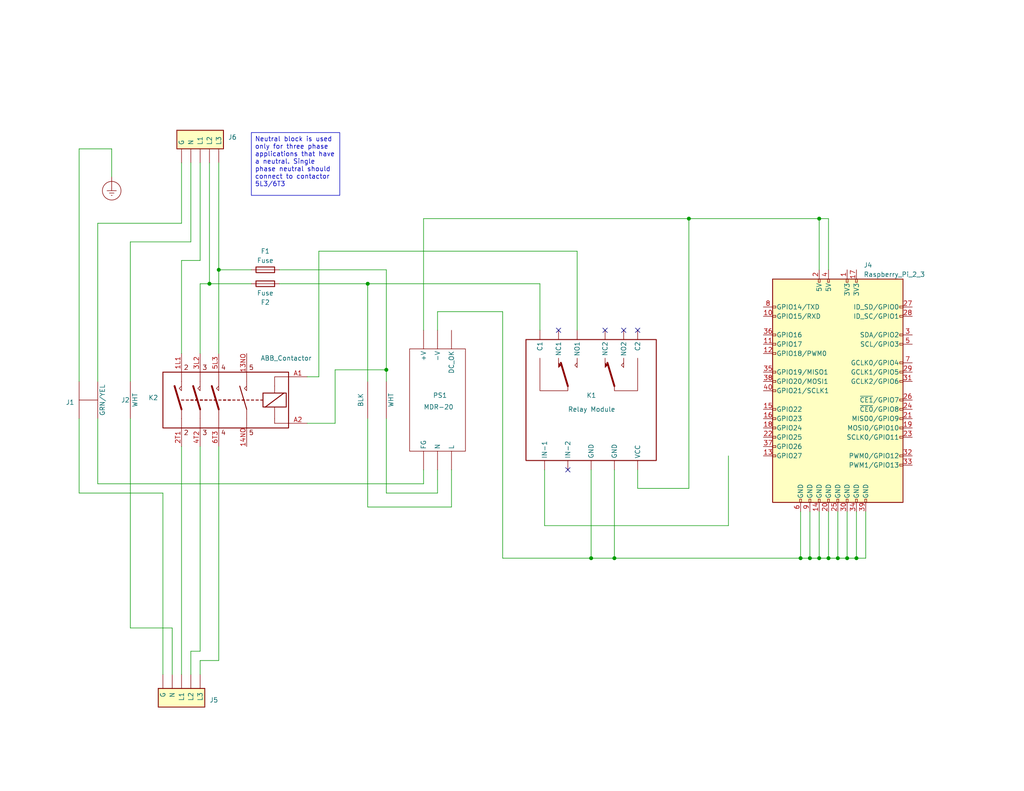
<source format=kicad_sch>
(kicad_sch (version 20230121) (generator eeschema)

  (uuid 7f898a48-d5c6-4286-98a2-5360a8d8e865)

  (paper "A")

  (title_block
    (title "DIN RFID Cabinet Wiring")
    (date "2023-07-03")
    (rev "0.1")
    (company "OZINDFW DMS@ozindfw.net")
    (comment 1 "1825 Monetary Lane, Suite 104,  Carrollton, TX 75006")
    (comment 2 "Dallas Makerspace")
  )

  (lib_symbols
    (symbol "Connector:Raspberry_Pi_2_3" (pin_names (offset 1.016)) (in_bom yes) (on_board yes)
      (property "Reference" "J" (at -17.78 31.75 0)
        (effects (font (size 1.27 1.27)) (justify left bottom))
      )
      (property "Value" "Raspberry_Pi_2_3" (at 10.16 -31.75 0)
        (effects (font (size 1.27 1.27)) (justify left top))
      )
      (property "Footprint" "" (at 0 0 0)
        (effects (font (size 1.27 1.27)) hide)
      )
      (property "Datasheet" "https://www.raspberrypi.org/documentation/hardware/raspberrypi/schematics/rpi_SCH_3bplus_1p0_reduced.pdf" (at 0 0 0)
        (effects (font (size 1.27 1.27)) hide)
      )
      (property "ki_keywords" "raspberrypi gpio" (at 0 0 0)
        (effects (font (size 1.27 1.27)) hide)
      )
      (property "ki_description" "expansion header for Raspberry Pi 2 & 3" (at 0 0 0)
        (effects (font (size 1.27 1.27)) hide)
      )
      (property "ki_fp_filters" "PinHeader*2x20*P2.54mm*Vertical* PinSocket*2x20*P2.54mm*Vertical*" (at 0 0 0)
        (effects (font (size 1.27 1.27)) hide)
      )
      (symbol "Raspberry_Pi_2_3_0_1"
        (rectangle (start -17.78 30.48) (end 17.78 -30.48)
          (stroke (width 0.254) (type default))
          (fill (type background))
        )
      )
      (symbol "Raspberry_Pi_2_3_1_1"
        (rectangle (start -16.891 -17.526) (end -17.78 -18.034)
          (stroke (width 0) (type default))
          (fill (type none))
        )
        (rectangle (start -16.891 -14.986) (end -17.78 -15.494)
          (stroke (width 0) (type default))
          (fill (type none))
        )
        (rectangle (start -16.891 -12.446) (end -17.78 -12.954)
          (stroke (width 0) (type default))
          (fill (type none))
        )
        (rectangle (start -16.891 -9.906) (end -17.78 -10.414)
          (stroke (width 0) (type default))
          (fill (type none))
        )
        (rectangle (start -16.891 -7.366) (end -17.78 -7.874)
          (stroke (width 0) (type default))
          (fill (type none))
        )
        (rectangle (start -16.891 -4.826) (end -17.78 -5.334)
          (stroke (width 0) (type default))
          (fill (type none))
        )
        (rectangle (start -16.891 0.254) (end -17.78 -0.254)
          (stroke (width 0) (type default))
          (fill (type none))
        )
        (rectangle (start -16.891 2.794) (end -17.78 2.286)
          (stroke (width 0) (type default))
          (fill (type none))
        )
        (rectangle (start -16.891 5.334) (end -17.78 4.826)
          (stroke (width 0) (type default))
          (fill (type none))
        )
        (rectangle (start -16.891 10.414) (end -17.78 9.906)
          (stroke (width 0) (type default))
          (fill (type none))
        )
        (rectangle (start -16.891 12.954) (end -17.78 12.446)
          (stroke (width 0) (type default))
          (fill (type none))
        )
        (rectangle (start -16.891 15.494) (end -17.78 14.986)
          (stroke (width 0) (type default))
          (fill (type none))
        )
        (rectangle (start -16.891 20.574) (end -17.78 20.066)
          (stroke (width 0) (type default))
          (fill (type none))
        )
        (rectangle (start -16.891 23.114) (end -17.78 22.606)
          (stroke (width 0) (type default))
          (fill (type none))
        )
        (rectangle (start -10.414 -29.591) (end -9.906 -30.48)
          (stroke (width 0) (type default))
          (fill (type none))
        )
        (rectangle (start -7.874 -29.591) (end -7.366 -30.48)
          (stroke (width 0) (type default))
          (fill (type none))
        )
        (rectangle (start -5.334 -29.591) (end -4.826 -30.48)
          (stroke (width 0) (type default))
          (fill (type none))
        )
        (rectangle (start -5.334 30.48) (end -4.826 29.591)
          (stroke (width 0) (type default))
          (fill (type none))
        )
        (rectangle (start -2.794 -29.591) (end -2.286 -30.48)
          (stroke (width 0) (type default))
          (fill (type none))
        )
        (rectangle (start -2.794 30.48) (end -2.286 29.591)
          (stroke (width 0) (type default))
          (fill (type none))
        )
        (rectangle (start -0.254 -29.591) (end 0.254 -30.48)
          (stroke (width 0) (type default))
          (fill (type none))
        )
        (rectangle (start 2.286 -29.591) (end 2.794 -30.48)
          (stroke (width 0) (type default))
          (fill (type none))
        )
        (rectangle (start 2.286 30.48) (end 2.794 29.591)
          (stroke (width 0) (type default))
          (fill (type none))
        )
        (rectangle (start 4.826 -29.591) (end 5.334 -30.48)
          (stroke (width 0) (type default))
          (fill (type none))
        )
        (rectangle (start 4.826 30.48) (end 5.334 29.591)
          (stroke (width 0) (type default))
          (fill (type none))
        )
        (rectangle (start 7.366 -29.591) (end 7.874 -30.48)
          (stroke (width 0) (type default))
          (fill (type none))
        )
        (rectangle (start 17.78 -20.066) (end 16.891 -20.574)
          (stroke (width 0) (type default))
          (fill (type none))
        )
        (rectangle (start 17.78 -17.526) (end 16.891 -18.034)
          (stroke (width 0) (type default))
          (fill (type none))
        )
        (rectangle (start 17.78 -12.446) (end 16.891 -12.954)
          (stroke (width 0) (type default))
          (fill (type none))
        )
        (rectangle (start 17.78 -9.906) (end 16.891 -10.414)
          (stroke (width 0) (type default))
          (fill (type none))
        )
        (rectangle (start 17.78 -7.366) (end 16.891 -7.874)
          (stroke (width 0) (type default))
          (fill (type none))
        )
        (rectangle (start 17.78 -4.826) (end 16.891 -5.334)
          (stroke (width 0) (type default))
          (fill (type none))
        )
        (rectangle (start 17.78 -2.286) (end 16.891 -2.794)
          (stroke (width 0) (type default))
          (fill (type none))
        )
        (rectangle (start 17.78 2.794) (end 16.891 2.286)
          (stroke (width 0) (type default))
          (fill (type none))
        )
        (rectangle (start 17.78 5.334) (end 16.891 4.826)
          (stroke (width 0) (type default))
          (fill (type none))
        )
        (rectangle (start 17.78 7.874) (end 16.891 7.366)
          (stroke (width 0) (type default))
          (fill (type none))
        )
        (rectangle (start 17.78 12.954) (end 16.891 12.446)
          (stroke (width 0) (type default))
          (fill (type none))
        )
        (rectangle (start 17.78 15.494) (end 16.891 14.986)
          (stroke (width 0) (type default))
          (fill (type none))
        )
        (rectangle (start 17.78 20.574) (end 16.891 20.066)
          (stroke (width 0) (type default))
          (fill (type none))
        )
        (rectangle (start 17.78 23.114) (end 16.891 22.606)
          (stroke (width 0) (type default))
          (fill (type none))
        )
        (pin power_in line (at 2.54 33.02 270) (length 2.54)
          (name "3V3" (effects (font (size 1.27 1.27))))
          (number "1" (effects (font (size 1.27 1.27))))
        )
        (pin bidirectional line (at -20.32 20.32 0) (length 2.54)
          (name "GPIO15/RXD" (effects (font (size 1.27 1.27))))
          (number "10" (effects (font (size 1.27 1.27))))
        )
        (pin bidirectional line (at -20.32 12.7 0) (length 2.54)
          (name "GPIO17" (effects (font (size 1.27 1.27))))
          (number "11" (effects (font (size 1.27 1.27))))
        )
        (pin bidirectional line (at -20.32 10.16 0) (length 2.54)
          (name "GPIO18/PWM0" (effects (font (size 1.27 1.27))))
          (number "12" (effects (font (size 1.27 1.27))))
        )
        (pin bidirectional line (at -20.32 -17.78 0) (length 2.54)
          (name "GPIO27" (effects (font (size 1.27 1.27))))
          (number "13" (effects (font (size 1.27 1.27))))
        )
        (pin power_in line (at -5.08 -33.02 90) (length 2.54)
          (name "GND" (effects (font (size 1.27 1.27))))
          (number "14" (effects (font (size 1.27 1.27))))
        )
        (pin bidirectional line (at -20.32 -5.08 0) (length 2.54)
          (name "GPIO22" (effects (font (size 1.27 1.27))))
          (number "15" (effects (font (size 1.27 1.27))))
        )
        (pin bidirectional line (at -20.32 -7.62 0) (length 2.54)
          (name "GPIO23" (effects (font (size 1.27 1.27))))
          (number "16" (effects (font (size 1.27 1.27))))
        )
        (pin power_in line (at 5.08 33.02 270) (length 2.54)
          (name "3V3" (effects (font (size 1.27 1.27))))
          (number "17" (effects (font (size 1.27 1.27))))
        )
        (pin bidirectional line (at -20.32 -10.16 0) (length 2.54)
          (name "GPIO24" (effects (font (size 1.27 1.27))))
          (number "18" (effects (font (size 1.27 1.27))))
        )
        (pin bidirectional line (at 20.32 -10.16 180) (length 2.54)
          (name "MOSI0/GPIO10" (effects (font (size 1.27 1.27))))
          (number "19" (effects (font (size 1.27 1.27))))
        )
        (pin power_in line (at -5.08 33.02 270) (length 2.54)
          (name "5V" (effects (font (size 1.27 1.27))))
          (number "2" (effects (font (size 1.27 1.27))))
        )
        (pin power_in line (at -2.54 -33.02 90) (length 2.54)
          (name "GND" (effects (font (size 1.27 1.27))))
          (number "20" (effects (font (size 1.27 1.27))))
        )
        (pin bidirectional line (at 20.32 -7.62 180) (length 2.54)
          (name "MISO0/GPIO9" (effects (font (size 1.27 1.27))))
          (number "21" (effects (font (size 1.27 1.27))))
        )
        (pin bidirectional line (at -20.32 -12.7 0) (length 2.54)
          (name "GPIO25" (effects (font (size 1.27 1.27))))
          (number "22" (effects (font (size 1.27 1.27))))
        )
        (pin bidirectional line (at 20.32 -12.7 180) (length 2.54)
          (name "SCLK0/GPIO11" (effects (font (size 1.27 1.27))))
          (number "23" (effects (font (size 1.27 1.27))))
        )
        (pin bidirectional line (at 20.32 -5.08 180) (length 2.54)
          (name "~{CE0}/GPIO8" (effects (font (size 1.27 1.27))))
          (number "24" (effects (font (size 1.27 1.27))))
        )
        (pin power_in line (at 0 -33.02 90) (length 2.54)
          (name "GND" (effects (font (size 1.27 1.27))))
          (number "25" (effects (font (size 1.27 1.27))))
        )
        (pin bidirectional line (at 20.32 -2.54 180) (length 2.54)
          (name "~{CE1}/GPIO7" (effects (font (size 1.27 1.27))))
          (number "26" (effects (font (size 1.27 1.27))))
        )
        (pin bidirectional line (at 20.32 22.86 180) (length 2.54)
          (name "ID_SD/GPIO0" (effects (font (size 1.27 1.27))))
          (number "27" (effects (font (size 1.27 1.27))))
        )
        (pin bidirectional line (at 20.32 20.32 180) (length 2.54)
          (name "ID_SC/GPIO1" (effects (font (size 1.27 1.27))))
          (number "28" (effects (font (size 1.27 1.27))))
        )
        (pin bidirectional line (at 20.32 5.08 180) (length 2.54)
          (name "GCLK1/GPIO5" (effects (font (size 1.27 1.27))))
          (number "29" (effects (font (size 1.27 1.27))))
        )
        (pin bidirectional line (at 20.32 15.24 180) (length 2.54)
          (name "SDA/GPIO2" (effects (font (size 1.27 1.27))))
          (number "3" (effects (font (size 1.27 1.27))))
        )
        (pin power_in line (at 2.54 -33.02 90) (length 2.54)
          (name "GND" (effects (font (size 1.27 1.27))))
          (number "30" (effects (font (size 1.27 1.27))))
        )
        (pin bidirectional line (at 20.32 2.54 180) (length 2.54)
          (name "GCLK2/GPIO6" (effects (font (size 1.27 1.27))))
          (number "31" (effects (font (size 1.27 1.27))))
        )
        (pin bidirectional line (at 20.32 -17.78 180) (length 2.54)
          (name "PWM0/GPIO12" (effects (font (size 1.27 1.27))))
          (number "32" (effects (font (size 1.27 1.27))))
        )
        (pin bidirectional line (at 20.32 -20.32 180) (length 2.54)
          (name "PWM1/GPIO13" (effects (font (size 1.27 1.27))))
          (number "33" (effects (font (size 1.27 1.27))))
        )
        (pin power_in line (at 5.08 -33.02 90) (length 2.54)
          (name "GND" (effects (font (size 1.27 1.27))))
          (number "34" (effects (font (size 1.27 1.27))))
        )
        (pin bidirectional line (at -20.32 5.08 0) (length 2.54)
          (name "GPIO19/MISO1" (effects (font (size 1.27 1.27))))
          (number "35" (effects (font (size 1.27 1.27))))
        )
        (pin bidirectional line (at -20.32 15.24 0) (length 2.54)
          (name "GPIO16" (effects (font (size 1.27 1.27))))
          (number "36" (effects (font (size 1.27 1.27))))
        )
        (pin bidirectional line (at -20.32 -15.24 0) (length 2.54)
          (name "GPIO26" (effects (font (size 1.27 1.27))))
          (number "37" (effects (font (size 1.27 1.27))))
        )
        (pin bidirectional line (at -20.32 2.54 0) (length 2.54)
          (name "GPIO20/MOSI1" (effects (font (size 1.27 1.27))))
          (number "38" (effects (font (size 1.27 1.27))))
        )
        (pin power_in line (at 7.62 -33.02 90) (length 2.54)
          (name "GND" (effects (font (size 1.27 1.27))))
          (number "39" (effects (font (size 1.27 1.27))))
        )
        (pin power_in line (at -2.54 33.02 270) (length 2.54)
          (name "5V" (effects (font (size 1.27 1.27))))
          (number "4" (effects (font (size 1.27 1.27))))
        )
        (pin bidirectional line (at -20.32 0 0) (length 2.54)
          (name "GPIO21/SCLK1" (effects (font (size 1.27 1.27))))
          (number "40" (effects (font (size 1.27 1.27))))
        )
        (pin bidirectional line (at 20.32 12.7 180) (length 2.54)
          (name "SCL/GPIO3" (effects (font (size 1.27 1.27))))
          (number "5" (effects (font (size 1.27 1.27))))
        )
        (pin power_in line (at -10.16 -33.02 90) (length 2.54)
          (name "GND" (effects (font (size 1.27 1.27))))
          (number "6" (effects (font (size 1.27 1.27))))
        )
        (pin bidirectional line (at 20.32 7.62 180) (length 2.54)
          (name "GCLK0/GPIO4" (effects (font (size 1.27 1.27))))
          (number "7" (effects (font (size 1.27 1.27))))
        )
        (pin bidirectional line (at -20.32 22.86 0) (length 2.54)
          (name "GPIO14/TXD" (effects (font (size 1.27 1.27))))
          (number "8" (effects (font (size 1.27 1.27))))
        )
        (pin power_in line (at -7.62 -33.02 90) (length 2.54)
          (name "GND" (effects (font (size 1.27 1.27))))
          (number "9" (effects (font (size 1.27 1.27))))
        )
      )
    )
    (symbol "Device:Fuse" (pin_numbers hide) (pin_names (offset 0)) (in_bom yes) (on_board yes)
      (property "Reference" "F" (at 2.032 0 90)
        (effects (font (size 1.27 1.27)))
      )
      (property "Value" "Fuse" (at -1.905 0 90)
        (effects (font (size 1.27 1.27)))
      )
      (property "Footprint" "" (at -1.778 0 90)
        (effects (font (size 1.27 1.27)) hide)
      )
      (property "Datasheet" "~" (at 0 0 0)
        (effects (font (size 1.27 1.27)) hide)
      )
      (property "ki_keywords" "fuse" (at 0 0 0)
        (effects (font (size 1.27 1.27)) hide)
      )
      (property "ki_description" "Fuse" (at 0 0 0)
        (effects (font (size 1.27 1.27)) hide)
      )
      (property "ki_fp_filters" "*Fuse*" (at 0 0 0)
        (effects (font (size 1.27 1.27)) hide)
      )
      (symbol "Fuse_0_1"
        (rectangle (start -0.762 -2.54) (end 0.762 2.54)
          (stroke (width 0.254) (type default))
          (fill (type none))
        )
        (polyline
          (pts
            (xy 0 2.54)
            (xy 0 -2.54)
          )
          (stroke (width 0) (type default))
          (fill (type none))
        )
      )
      (symbol "Fuse_1_1"
        (pin passive line (at 0 3.81 270) (length 1.27)
          (name "~" (effects (font (size 1.27 1.27))))
          (number "1" (effects (font (size 1.27 1.27))))
        )
        (pin passive line (at 0 -3.81 90) (length 1.27)
          (name "~" (effects (font (size 1.27 1.27))))
          (number "2" (effects (font (size 1.27 1.27))))
        )
      )
    )
    (symbol "oz:3 phase with neutral and ground" (pin_numbers hide) (pin_names (offset 1.016)) (in_bom yes) (on_board yes)
      (property "Reference" "J" (at 0 7.62 0)
        (effects (font (size 1.27 1.27)))
      )
      (property "Value" "3 phase with neutral and ground" (at 0 -7.62 0)
        (effects (font (size 1.27 1.27)) hide)
      )
      (property "Footprint" "" (at 0 0 0)
        (effects (font (size 1.27 1.27)) hide)
      )
      (property "Datasheet" "" (at 0 0 0)
        (effects (font (size 1.27 1.27)) hide)
      )
      (property "ki_keywords" "connector" (at 0 0 0)
        (effects (font (size 1.27 1.27)) hide)
      )
      (property "ki_description" "3 phase with neutral and ground" (at 0 0 0)
        (effects (font (size 1.27 1.27)) hide)
      )
      (property "ki_fp_filters" "Connector*:*_1x??_*" (at 0 0 0)
        (effects (font (size 1.27 1.27)) hide)
      )
      (symbol "3 phase with neutral and ground_1_1"
        (rectangle (start -1.27 6.35) (end 3.81 -6.35)
          (stroke (width 0.254) (type default))
          (fill (type background))
        )
        (pin passive line (at -5.08 5.08 0) (length 3.81)
          (name "G" (effects (font (size 1.27 1.27))))
          (number "" (effects (font (size 1.27 1.27))))
        )
        (pin passive line (at -5.08 2.54 0) (length 3.81)
          (name "N" (effects (font (size 1.27 1.27))))
          (number "2" (effects (font (size 1.27 1.27))))
        )
        (pin passive line (at -5.08 0 0) (length 3.81)
          (name "L1" (effects (font (size 1.27 1.27))))
          (number "3" (effects (font (size 1.27 1.27))))
        )
        (pin passive line (at -5.08 -2.54 0) (length 3.81)
          (name "L2" (effects (font (size 1.27 1.27))))
          (number "4" (effects (font (size 1.27 1.27))))
        )
        (pin passive line (at -5.08 -5.08 0) (length 3.81)
          (name "L3" (effects (font (size 1.27 1.27))))
          (number "5" (effects (font (size 1.27 1.27))))
        )
      )
    )
    (symbol "oz:ABB_Contactor" (in_bom yes) (on_board yes)
      (property "Reference" "K1" (at -15.24 0.635 0)
        (effects (font (size 1.27 1.27)) (justify right))
      )
      (property "Value" "ABB_Contactor" (at -15.24 -1.905 0)
        (effects (font (size 1.27 1.27)) (justify right))
      )
      (property "Footprint" "" (at -5.08 -1.27 0)
        (effects (font (size 1.27 1.27)) (justify left) hide)
      )
      (property "Datasheet" "" (at 8.255 0 0)
        (effects (font (size 1.27 1.27)) hide)
      )
      (property "ki_keywords" "contactor three pole" (at 0 0 0)
        (effects (font (size 1.27 1.27)) hide)
      )
      (property "ki_description" "3PST Contactor w/aux contact" (at 0 0 0)
        (effects (font (size 1.27 1.27)) hide)
      )
      (property "ki_fp_filters" "Relay*SPST*StandexMeder*MS*Form1AB*" (at 0 0 0)
        (effects (font (size 1.27 1.27)) hide)
      )
      (symbol "ABB_Contactor_0_0"
        (polyline
          (pts
            (xy -8.89 5.08)
            (xy -8.89 2.54)
            (xy -9.525 3.175)
            (xy -8.89 3.81)
          )
          (stroke (width 0) (type default))
          (fill (type none))
        )
        (polyline
          (pts
            (xy -3.81 5.08)
            (xy -3.81 2.54)
            (xy -4.445 3.175)
            (xy -3.81 3.81)
          )
          (stroke (width 0) (type default))
          (fill (type none))
        )
        (polyline
          (pts
            (xy 1.27 5.08)
            (xy 1.27 2.54)
            (xy 0.635 3.175)
            (xy 1.27 3.81)
          )
          (stroke (width 0) (type default))
          (fill (type none))
        )
        (polyline
          (pts
            (xy 8.89 5.08)
            (xy 8.89 2.54)
            (xy 8.255 3.175)
            (xy 8.89 3.81)
          )
          (stroke (width 0) (type default))
          (fill (type none))
        )
      )
      (symbol "ABB_Contactor_0_1"
        (rectangle (start -13.97 7.62) (end 20.32 -7.62)
          (stroke (width 0.254) (type default))
          (fill (type none))
        )
        (polyline
          (pts
            (xy -8.89 -5.08)
            (xy -8.89 -7.62)
          )
          (stroke (width 0) (type default))
          (fill (type none))
        )
        (polyline
          (pts
            (xy -8.89 -2.54)
            (xy -10.795 3.81)
          )
          (stroke (width 0.508) (type default))
          (fill (type none))
        )
        (polyline
          (pts
            (xy -8.89 -2.54)
            (xy -8.89 -5.08)
          )
          (stroke (width 0) (type default))
          (fill (type none))
        )
        (polyline
          (pts
            (xy -8.89 0)
            (xy -8.255 0)
          )
          (stroke (width 0.254) (type default))
          (fill (type none))
        )
        (polyline
          (pts
            (xy -8.89 7.62)
            (xy -8.89 5.08)
          )
          (stroke (width 0) (type default))
          (fill (type none))
        )
        (polyline
          (pts
            (xy -7.62 0)
            (xy -6.985 0)
          )
          (stroke (width 0.254) (type default))
          (fill (type none))
        )
        (polyline
          (pts
            (xy -6.35 0)
            (xy -5.715 0)
          )
          (stroke (width 0.254) (type default))
          (fill (type none))
        )
        (polyline
          (pts
            (xy -6.35 0)
            (xy -5.715 0)
          )
          (stroke (width 0.254) (type default))
          (fill (type none))
        )
        (polyline
          (pts
            (xy -5.08 0)
            (xy -4.445 0)
          )
          (stroke (width 0.254) (type default))
          (fill (type none))
        )
        (polyline
          (pts
            (xy -5.08 0)
            (xy -4.445 0)
          )
          (stroke (width 0.254) (type default))
          (fill (type none))
        )
        (polyline
          (pts
            (xy -5.08 0)
            (xy -4.445 0)
          )
          (stroke (width 0.254) (type default))
          (fill (type none))
        )
        (polyline
          (pts
            (xy -5.08 0)
            (xy -4.445 0)
          )
          (stroke (width 0.254) (type default))
          (fill (type none))
        )
        (polyline
          (pts
            (xy -3.81 -5.08)
            (xy -3.81 -7.62)
          )
          (stroke (width 0) (type default))
          (fill (type none))
        )
        (polyline
          (pts
            (xy -3.81 -2.54)
            (xy -5.715 3.81)
          )
          (stroke (width 0.508) (type default))
          (fill (type none))
        )
        (polyline
          (pts
            (xy -3.81 -2.54)
            (xy -3.81 -5.08)
          )
          (stroke (width 0) (type default))
          (fill (type none))
        )
        (polyline
          (pts
            (xy -3.81 0)
            (xy -3.175 0)
          )
          (stroke (width 0.254) (type default))
          (fill (type none))
        )
        (polyline
          (pts
            (xy -3.81 0)
            (xy -3.175 0)
          )
          (stroke (width 0.254) (type default))
          (fill (type none))
        )
        (polyline
          (pts
            (xy -3.81 7.62)
            (xy -3.81 5.08)
          )
          (stroke (width 0) (type default))
          (fill (type none))
        )
        (polyline
          (pts
            (xy -2.54 0)
            (xy -1.905 0)
          )
          (stroke (width 0.254) (type default))
          (fill (type none))
        )
        (polyline
          (pts
            (xy -2.54 0)
            (xy -1.905 0)
          )
          (stroke (width 0.254) (type default))
          (fill (type none))
        )
        (polyline
          (pts
            (xy -1.27 0)
            (xy -0.635 0)
          )
          (stroke (width 0.254) (type default))
          (fill (type none))
        )
        (polyline
          (pts
            (xy 0 0)
            (xy 0.635 0)
          )
          (stroke (width 0.254) (type default))
          (fill (type none))
        )
        (polyline
          (pts
            (xy 0 0)
            (xy 0.635 0)
          )
          (stroke (width 0.254) (type default))
          (fill (type none))
        )
        (polyline
          (pts
            (xy 1.27 -5.08)
            (xy 1.27 -7.62)
          )
          (stroke (width 0) (type default))
          (fill (type none))
        )
        (polyline
          (pts
            (xy 1.27 -2.54)
            (xy -0.635 3.81)
          )
          (stroke (width 0.508) (type default))
          (fill (type none))
        )
        (polyline
          (pts
            (xy 1.27 -2.54)
            (xy 1.27 -5.08)
          )
          (stroke (width 0) (type default))
          (fill (type none))
        )
        (polyline
          (pts
            (xy 1.27 0)
            (xy 1.905 0)
          )
          (stroke (width 0.254) (type default))
          (fill (type none))
        )
        (polyline
          (pts
            (xy 1.27 7.62)
            (xy 1.27 5.08)
          )
          (stroke (width 0) (type default))
          (fill (type none))
        )
        (polyline
          (pts
            (xy 2.54 0)
            (xy 3.175 0)
          )
          (stroke (width 0.254) (type default))
          (fill (type none))
        )
        (polyline
          (pts
            (xy 2.54 0)
            (xy 3.175 0)
          )
          (stroke (width 0.254) (type default))
          (fill (type none))
        )
        (polyline
          (pts
            (xy 3.81 0)
            (xy 4.445 0)
          )
          (stroke (width 0.254) (type default))
          (fill (type none))
        )
        (polyline
          (pts
            (xy 3.81 0)
            (xy 4.445 0)
          )
          (stroke (width 0.254) (type default))
          (fill (type none))
        )
        (polyline
          (pts
            (xy 5.08 0)
            (xy 5.715 0)
          )
          (stroke (width 0.254) (type default))
          (fill (type none))
        )
        (polyline
          (pts
            (xy 6.35 0)
            (xy 6.985 0)
          )
          (stroke (width 0.254) (type default))
          (fill (type none))
        )
        (polyline
          (pts
            (xy 7.62 0)
            (xy 8.255 0)
          )
          (stroke (width 0.254) (type default))
          (fill (type none))
        )
        (polyline
          (pts
            (xy 7.62 0)
            (xy 8.255 0)
          )
          (stroke (width 0.254) (type default))
          (fill (type none))
        )
        (polyline
          (pts
            (xy 8.89 -5.08)
            (xy 8.89 -7.62)
          )
          (stroke (width 0) (type default))
          (fill (type none))
        )
        (polyline
          (pts
            (xy 8.89 -2.54)
            (xy 6.985 3.81)
          )
          (stroke (width 0.254) (type default))
          (fill (type none))
        )
        (polyline
          (pts
            (xy 8.89 -2.54)
            (xy 8.89 -5.08)
          )
          (stroke (width 0) (type default))
          (fill (type none))
        )
        (polyline
          (pts
            (xy 8.89 0)
            (xy 9.525 0)
          )
          (stroke (width 0.254) (type default))
          (fill (type none))
        )
        (polyline
          (pts
            (xy 8.89 7.62)
            (xy 8.89 5.08)
          )
          (stroke (width 0) (type default))
          (fill (type none))
        )
        (polyline
          (pts
            (xy 10.16 0)
            (xy 10.795 0)
          )
          (stroke (width 0.254) (type default))
          (fill (type none))
        )
        (polyline
          (pts
            (xy 11.43 0)
            (xy 12.065 0)
          )
          (stroke (width 0.254) (type default))
          (fill (type none))
        )
        (polyline
          (pts
            (xy 12.7 0)
            (xy 13.335 0)
          )
          (stroke (width 0.254) (type default))
          (fill (type none))
        )
        (polyline
          (pts
            (xy 13.97 -1.905)
            (xy 19.05 1.905)
          )
          (stroke (width 0.254) (type default))
          (fill (type none))
        )
        (polyline
          (pts
            (xy 16.51 -6.35)
            (xy 20.32 -6.35)
          )
          (stroke (width 0) (type default))
          (fill (type none))
        )
        (polyline
          (pts
            (xy 16.51 -5.08)
            (xy 16.51 -6.35)
          )
          (stroke (width 0) (type default))
          (fill (type none))
        )
        (polyline
          (pts
            (xy 16.51 -5.08)
            (xy 16.51 -1.905)
          )
          (stroke (width 0) (type default))
          (fill (type none))
        )
        (polyline
          (pts
            (xy 16.51 3.81)
            (xy 16.51 1.905)
          )
          (stroke (width 0) (type default))
          (fill (type none))
        )
        (polyline
          (pts
            (xy 20.32 6.35)
            (xy 16.51 6.35)
            (xy 16.51 3.81)
          )
          (stroke (width 0) (type default))
          (fill (type none))
        )
        (rectangle (start 13.335 1.905) (end 19.685 -1.905)
          (stroke (width 0.254) (type default))
          (fill (type none))
        )
        (text "2" (at -7.62 -8.89 0)
          (effects (font (size 1.27 1.27)))
        )
        (text "2" (at -7.62 8.89 0)
          (effects (font (size 1.27 1.27)))
        )
        (text "3" (at -2.54 -8.89 0)
          (effects (font (size 1.27 1.27)))
        )
        (text "3" (at -2.54 8.89 0)
          (effects (font (size 1.27 1.27)))
        )
        (text "4" (at 2.54 -8.89 0)
          (effects (font (size 1.27 1.27)))
        )
        (text "4" (at 2.54 8.89 0)
          (effects (font (size 1.27 1.27)))
        )
        (text "5" (at 10.16 -8.89 0)
          (effects (font (size 1.27 1.27)))
        )
        (text "5" (at 10.16 8.89 0)
          (effects (font (size 1.27 1.27)))
        )
      )
      (symbol "ABB_Contactor_1_1"
        (pin passive line (at 8.89 12.7 270) (length 5.08)
          (name "" (effects (font (size 1.27 1.27))))
          (number "13NO" (effects (font (size 1.27 1.27))))
        )
        (pin passive line (at 8.89 -12.7 90) (length 5.08)
          (name "" (effects (font (size 1.27 1.27))))
          (number "14NO" (effects (font (size 1.27 1.27))))
        )
        (pin passive line (at -8.89 12.7 270) (length 5.08)
          (name "" (effects (font (size 1.27 1.27))))
          (number "1L1" (effects (font (size 1.27 1.27))))
        )
        (pin passive line (at -8.89 -12.7 90) (length 5.08)
          (name "" (effects (font (size 1.27 1.27))))
          (number "2T1" (effects (font (size 1.27 1.27))))
        )
        (pin passive line (at -3.81 12.7 270) (length 5.08)
          (name "" (effects (font (size 1.27 1.27))))
          (number "3L2" (effects (font (size 1.27 1.27))))
        )
        (pin passive line (at -3.81 -12.7 90) (length 5.08)
          (name "" (effects (font (size 1.27 1.27))))
          (number "4T2" (effects (font (size 1.27 1.27))))
        )
        (pin passive line (at 1.27 12.7 270) (length 5.08)
          (name "" (effects (font (size 1.27 1.27))))
          (number "5L3" (effects (font (size 1.27 1.27))))
        )
        (pin passive line (at 1.27 -12.7 90) (length 5.08)
          (name "" (effects (font (size 1.27 1.27))))
          (number "6T3" (effects (font (size 1.27 1.27))))
        )
        (pin passive line (at 25.4 6.35 180) (length 5.08)
          (name "~" (effects (font (size 1.27 1.27))))
          (number "A1" (effects (font (size 1.27 1.27))))
        )
        (pin passive line (at 25.4 -6.35 180) (length 5.08)
          (name "~" (effects (font (size 1.27 1.27))))
          (number "A2" (effects (font (size 1.27 1.27))))
        )
      )
    )
    (symbol "oz:DIN_CONN_2" (pin_numbers hide) (in_bom yes) (on_board yes)
      (property "Reference" "J" (at -2.54 0 0)
        (effects (font (size 1.27 1.27)))
      )
      (property "Value" "" (at 0 -1.27 0)
        (effects (font (size 1.27 1.27)))
      )
      (property "Footprint" "" (at 0 -1.27 0)
        (effects (font (size 1.27 1.27)) hide)
      )
      (property "Datasheet" "" (at 0 -1.27 0)
        (effects (font (size 1.27 1.27)) hide)
      )
      (symbol "DIN_CONN_2_1_1"
        (pin passive line (at 0 -5.08 90) (length 5.08)
          (name "" (effects (font (size 1.27 1.27))))
          (number "1" (effects (font (size 1.27 1.27))))
        )
        (pin passive line (at 0 5.08 270) (length 5.08)
          (name "" (effects (font (size 1.27 1.27))))
          (number "1" (effects (font (size 1.27 1.27))))
        )
      )
    )
    (symbol "oz:DIN_CONN_2P" (pin_numbers hide) (in_bom yes) (on_board yes)
      (property "Reference" "J" (at 0 0 0)
        (effects (font (size 1.27 1.27)))
      )
      (property "Value" "" (at -2.54 -1.27 0)
        (effects (font (size 1.27 1.27)))
      )
      (property "Footprint" "" (at -2.54 -1.27 0)
        (effects (font (size 1.27 1.27)) hide)
      )
      (property "Datasheet" "" (at -2.54 -1.27 0)
        (effects (font (size 1.27 1.27)) hide)
      )
      (symbol "DIN_CONN_2P_1_1"
        (pin passive line (at -2.54 -5.08 90) (length 5.08)
          (name "" (effects (font (size 1.27 1.27))))
          (number "1" (effects (font (size 1.27 1.27))))
        )
        (pin passive line (at -2.54 5.08 270) (length 5.08)
          (name "" (effects (font (size 1.27 1.27))))
          (number "1" (effects (font (size 1.27 1.27))))
        )
        (pin passive line (at 2.54 -5.08 90) (length 5.08)
          (name "" (effects (font (size 1.27 1.27))))
          (number "1" (effects (font (size 1.27 1.27))))
        )
        (pin passive line (at 2.54 5.08 270) (length 5.08)
          (name "" (effects (font (size 1.27 1.27))))
          (number "1" (effects (font (size 1.27 1.27))))
        )
      )
    )
    (symbol "oz:DIN_CONN_4" (pin_numbers hide) (in_bom yes) (on_board yes)
      (property "Reference" "J" (at 0 2.54 0)
        (effects (font (size 1.27 1.27)))
      )
      (property "Value" "" (at 0 -1.27 0)
        (effects (font (size 1.27 1.27)))
      )
      (property "Footprint" "" (at 0 -1.27 0)
        (effects (font (size 1.27 1.27)) hide)
      )
      (property "Datasheet" "" (at 0 -1.27 0)
        (effects (font (size 1.27 1.27)) hide)
      )
      (symbol "DIN_CONN_4_0_1"
        (polyline
          (pts
            (xy -2.54 0)
            (xy 2.54 0)
          )
          (stroke (width 0) (type default))
          (fill (type none))
        )
      )
      (symbol "DIN_CONN_4_1_1"
        (pin passive line (at -2.54 -5.08 90) (length 5.08)
          (name "" (effects (font (size 1.27 1.27))))
          (number "1" (effects (font (size 1.27 1.27))))
        )
        (pin passive line (at -2.54 5.08 270) (length 5.08)
          (name "" (effects (font (size 1.27 1.27))))
          (number "1" (effects (font (size 1.27 1.27))))
        )
        (pin passive line (at 2.54 -5.08 90) (length 5.08)
          (name "" (effects (font (size 1.27 1.27))))
          (number "1" (effects (font (size 1.27 1.27))))
        )
        (pin passive line (at 2.54 5.08 270) (length 5.08)
          (name "" (effects (font (size 1.27 1.27))))
          (number "1" (effects (font (size 1.27 1.27))))
        )
      )
    )
    (symbol "oz:MDR-20" (in_bom yes) (on_board yes)
      (property "Reference" "PS" (at 0 1.27 0)
        (effects (font (size 1.27 1.27)))
      )
      (property "Value" "MDR-20" (at 0 -1.27 0)
        (effects (font (size 1.27 1.27)))
      )
      (property "Footprint" "" (at 0 21.59 0)
        (effects (font (size 1.27 1.27)) hide)
      )
      (property "Datasheet" "" (at 0 21.59 0)
        (effects (font (size 1.27 1.27)) hide)
      )
      (symbol "MDR-20_0_1"
        (rectangle (start -7.62 13.97) (end 7.62 -13.97)
          (stroke (width 0) (type default))
          (fill (type none))
        )
      )
      (symbol "MDR-20_1_1"
        (pin power_out line (at -3.81 19.05 270) (length 5.08)
          (name "+V" (effects (font (size 1.27 1.27))))
          (number "" (effects (font (size 1.27 1.27))))
        )
        (pin power_out line (at 0 19.05 270) (length 5.08)
          (name "-V" (effects (font (size 1.27 1.27))))
          (number "" (effects (font (size 1.27 1.27))))
        )
        (pin power_out line (at 3.81 19.05 270) (length 5.08)
          (name "DC_OK" (effects (font (size 1.27 1.27))))
          (number "" (effects (font (size 1.27 1.27))))
        )
        (pin passive line (at -3.81 -19.05 90) (length 5.08)
          (name "FG" (effects (font (size 1.27 1.27))))
          (number "" (effects (font (size 1.27 1.27))))
        )
        (pin passive line (at 3.81 -19.05 90) (length 5.08)
          (name "L" (effects (font (size 1.27 1.27))))
          (number "" (effects (font (size 1.27 1.27))))
        )
        (pin passive line (at 0 -19.05 90) (length 5.08)
          (name "N" (effects (font (size 1.27 1.27))))
          (number "" (effects (font (size 1.27 1.27))))
        )
      )
    )
    (symbol "oz:Relay_Module" (in_bom yes) (on_board yes)
      (property "Reference" "K" (at -1.27 -2.54 0)
        (effects (font (size 1.27 1.27)) (justify left))
      )
      (property "Value" "Relay Module" (at -6.35 -6.35 0)
        (effects (font (size 1.27 1.27)) (justify left))
      )
      (property "Footprint" "" (at 10.16 7.62 0)
        (effects (font (size 1.27 1.27)) hide)
      )
      (property "Datasheet" "" (at -6.35 6.35 0)
        (effects (font (size 1.27 1.27)) hide)
      )
      (property "ki_keywords" "Miniature Polarised Relay Dual Pole" (at 0 0 0)
        (effects (font (size 1.27 1.27)) hide)
      )
      (property "ki_description" "American Zettler, Microminiature Polarised Dual Pole Relay" (at 0 0 0)
        (effects (font (size 1.27 1.27)) hide)
      )
      (property "ki_fp_filters" "Relay*DPDT*FRT5*" (at 0 0 0)
        (effects (font (size 1.27 1.27)) hide)
      )
      (symbol "Relay_Module_0_1"
        (rectangle (start -17.78 16.51) (end 17.78 -16.51)
          (stroke (width 0.254) (type default))
          (fill (type none))
        )
        (polyline
          (pts
            (xy -6.35 3.81)
            (xy -8.255 10.16)
          )
          (stroke (width 0.508) (type default))
          (fill (type none))
        )
        (polyline
          (pts
            (xy 6.35 3.81)
            (xy 4.445 10.16)
          )
          (stroke (width 0.508) (type default))
          (fill (type none))
        )
        (polyline
          (pts
            (xy -8.89 11.43)
            (xy -8.89 8.89)
            (xy -8.255 9.525)
            (xy -8.89 10.16)
          )
          (stroke (width 0) (type default))
          (fill (type outline))
        )
        (polyline
          (pts
            (xy -6.35 3.81)
            (xy -6.35 2.54)
            (xy -13.97 2.54)
            (xy -13.97 11.43)
          )
          (stroke (width 0) (type default))
          (fill (type none))
        )
        (polyline
          (pts
            (xy -3.81 11.43)
            (xy -3.81 8.89)
            (xy -4.445 9.525)
            (xy -3.81 10.16)
          )
          (stroke (width 0) (type default))
          (fill (type none))
        )
        (polyline
          (pts
            (xy 3.81 11.43)
            (xy 3.81 8.89)
            (xy 4.445 9.525)
            (xy 3.81 10.16)
          )
          (stroke (width 0) (type default))
          (fill (type outline))
        )
        (polyline
          (pts
            (xy 6.35 3.81)
            (xy 6.35 2.54)
            (xy 12.7 2.54)
            (xy 12.7 11.43)
          )
          (stroke (width 0) (type default))
          (fill (type none))
        )
        (polyline
          (pts
            (xy 8.89 11.43)
            (xy 8.89 8.89)
            (xy 8.255 9.525)
            (xy 8.89 10.16)
          )
          (stroke (width 0) (type default))
          (fill (type none))
        )
      )
      (symbol "Relay_Module_1_1"
        (pin passive line (at -13.97 19.05 270) (length 2.54)
          (name "C1" (effects (font (size 1.27 1.27))))
          (number "" (effects (font (size 1.27 1.27))))
        )
        (pin passive line (at 12.7 19.05 270) (length 2.54)
          (name "C2" (effects (font (size 1.27 1.27))))
          (number "" (effects (font (size 1.27 1.27))))
        )
        (pin power_in line (at 0 -19.05 90) (length 2.54)
          (name "GND" (effects (font (size 1.27 1.27))))
          (number "" (effects (font (size 1.27 1.27))))
        )
        (pin power_in line (at 6.35 -19.05 90) (length 2.54)
          (name "GND" (effects (font (size 1.27 1.27))))
          (number "" (effects (font (size 1.27 1.27))))
        )
        (pin input line (at -12.7 -19.05 90) (length 2.54)
          (name "IN-1" (effects (font (size 1.27 1.27))))
          (number "" (effects (font (size 1.27 1.27))))
        )
        (pin input line (at -6.35 -19.05 90) (length 2.54)
          (name "IN-2" (effects (font (size 1.27 1.27))))
          (number "" (effects (font (size 1.27 1.27))))
        )
        (pin passive line (at -8.89 19.05 270) (length 2.54)
          (name "NC1" (effects (font (size 1.27 1.27))))
          (number "" (effects (font (size 1.27 1.27))))
        )
        (pin passive line (at 3.81 19.05 270) (length 2.54)
          (name "NC2" (effects (font (size 1.27 1.27))))
          (number "" (effects (font (size 1.27 1.27))))
        )
        (pin passive line (at -3.81 19.05 270) (length 2.54)
          (name "NO1" (effects (font (size 1.27 1.27))))
          (number "" (effects (font (size 1.27 1.27))))
        )
        (pin passive line (at 8.89 19.05 270) (length 2.54)
          (name "NO2" (effects (font (size 1.27 1.27))))
          (number "" (effects (font (size 1.27 1.27))))
        )
        (pin power_in line (at 12.7 -19.05 90) (length 2.54)
          (name "VCC" (effects (font (size 1.27 1.27))))
          (number "" (effects (font (size 1.27 1.27))))
        )
      )
    )
    (symbol "power:Earth_Protective" (power) (pin_names (offset 0)) (in_bom yes) (on_board yes)
      (property "Reference" "#PWR" (at 6.35 -6.35 0)
        (effects (font (size 1.27 1.27)) hide)
      )
      (property "Value" "Earth_Protective" (at 11.43 -3.81 0)
        (effects (font (size 1.27 1.27)) hide)
      )
      (property "Footprint" "" (at 0 -2.54 0)
        (effects (font (size 1.27 1.27)) hide)
      )
      (property "Datasheet" "~" (at 0 -2.54 0)
        (effects (font (size 1.27 1.27)) hide)
      )
      (property "ki_keywords" "global ground gnd clean" (at 0 0 0)
        (effects (font (size 1.27 1.27)) hide)
      )
      (property "ki_description" "Power symbol creates a global label with name \"Earth_Protective\"" (at 0 0 0)
        (effects (font (size 1.27 1.27)) hide)
      )
      (symbol "Earth_Protective_0_1"
        (circle (center 0 -3.81) (radius 2.54)
          (stroke (width 0) (type default))
          (fill (type none))
        )
        (polyline
          (pts
            (xy -0.635 -4.445)
            (xy 0.635 -4.445)
          )
          (stroke (width 0) (type default))
          (fill (type none))
        )
        (polyline
          (pts
            (xy -0.127 -5.08)
            (xy 0.127 -5.08)
          )
          (stroke (width 0) (type default))
          (fill (type none))
        )
        (polyline
          (pts
            (xy 0 -3.81)
            (xy 0 0)
          )
          (stroke (width 0) (type default))
          (fill (type none))
        )
        (polyline
          (pts
            (xy 1.27 -3.81)
            (xy -1.27 -3.81)
          )
          (stroke (width 0) (type default))
          (fill (type none))
        )
      )
      (symbol "Earth_Protective_1_1"
        (pin power_in line (at 0 0 270) (length 0) hide
          (name "Earth_Protective" (effects (font (size 1.27 1.27))))
          (number "1" (effects (font (size 1.27 1.27))))
        )
      )
    )
  )

  (junction (at 187.96 59.69) (diameter 0) (color 0 0 0 0)
    (uuid 08d9a511-be72-43e2-9654-4daf0452bacd)
  )
  (junction (at 220.98 152.4) (diameter 0) (color 0 0 0 0)
    (uuid 2bb7cfc4-175f-4a57-a4db-46829e3191d0)
  )
  (junction (at 161.29 152.4) (diameter 0) (color 0 0 0 0)
    (uuid 4f667494-fa8d-4dbf-824c-6e75a5f6c64a)
  )
  (junction (at 100.33 77.47) (diameter 0) (color 0 0 0 0)
    (uuid 601296f6-57fc-407f-bd49-fbe3d343fc7a)
  )
  (junction (at 231.14 152.4) (diameter 0) (color 0 0 0 0)
    (uuid 609f9065-0a6e-437c-b2cc-f2f3c10b3d3f)
  )
  (junction (at 223.52 152.4) (diameter 0) (color 0 0 0 0)
    (uuid 6e8d97f2-ae90-45c1-8284-59de11bde9e3)
  )
  (junction (at 57.15 77.47) (diameter 0) (color 0 0 0 0)
    (uuid 70dafa1f-8dad-4e2c-b9ab-245e93ca4f38)
  )
  (junction (at 105.41 100.965) (diameter 0) (color 0 0 0 0)
    (uuid 72df125b-85ed-4cf9-920d-7763c1e67c9f)
  )
  (junction (at 218.44 152.4) (diameter 0) (color 0 0 0 0)
    (uuid 86ca6b4d-1d3b-4374-a4b6-e940a7619da1)
  )
  (junction (at 223.52 59.69) (diameter 0) (color 0 0 0 0)
    (uuid 8b9766d9-861b-49e2-95ff-1aec6399c36b)
  )
  (junction (at 167.64 152.4) (diameter 0) (color 0 0 0 0)
    (uuid a5ee05be-bb2b-4fab-a85b-64726c4dfd2e)
  )
  (junction (at 233.68 152.4) (diameter 0) (color 0 0 0 0)
    (uuid ad618fd3-d3d1-4a61-8c5b-d9213036dcb9)
  )
  (junction (at 226.06 152.4) (diameter 0) (color 0 0 0 0)
    (uuid b06c702d-c709-430b-a3e8-14030536eea6)
  )
  (junction (at 228.6 152.4) (diameter 0) (color 0 0 0 0)
    (uuid bd844269-2edf-40ae-a596-d754576fa264)
  )
  (junction (at 59.69 73.66) (diameter 0) (color 0 0 0 0)
    (uuid d4375754-8bda-43f8-8d6e-0d1f9ab7363b)
  )

  (no_connect (at 170.18 90.17) (uuid 73cabcbf-4fc6-486a-9b1e-23c64de2b4a2))
  (no_connect (at 173.99 90.17) (uuid 7cfdbab7-99e4-4bb9-a927-b265962068bb))
  (no_connect (at 152.4 90.17) (uuid 9f885823-aee1-4095-af63-c6f1dd7d7285))
  (no_connect (at 165.1 90.17) (uuid de65cd3a-9ad3-4707-b4ff-c5eec175fecb))
  (no_connect (at 154.94 128.27) (uuid df6ed460-1674-4efe-b7c5-09037fac12ad))

  (wire (pts (xy 52.07 184.15) (xy 52.07 177.8))
    (stroke (width 0) (type default))
    (uuid 000e1d32-7b5f-44e5-b7d6-d2f91e7c60f4)
  )
  (wire (pts (xy 218.44 139.7) (xy 218.44 152.4))
    (stroke (width 0) (type default))
    (uuid 026bc2fb-a5cf-499e-9891-293e01a0bb41)
  )
  (wire (pts (xy 220.98 139.7) (xy 220.98 152.4))
    (stroke (width 0) (type default))
    (uuid 04f281ab-d2a3-4dad-86f7-56799873d39b)
  )
  (wire (pts (xy 220.98 152.4) (xy 223.52 152.4))
    (stroke (width 0) (type default))
    (uuid 06a9d91d-9c0d-4a44-a0e5-1b4849c7fbe0)
  )
  (wire (pts (xy 57.15 44.45) (xy 57.15 77.47))
    (stroke (width 0) (type default))
    (uuid 089a23ff-11aa-478d-b9b6-4121d73d5dac)
  )
  (wire (pts (xy 233.68 152.4) (xy 236.22 152.4))
    (stroke (width 0) (type default))
    (uuid 0b54232e-90e4-44a0-8af6-808707b7aae3)
  )
  (wire (pts (xy 223.52 59.69) (xy 223.52 73.66))
    (stroke (width 0) (type default))
    (uuid 0efb5f10-2730-419e-92b8-75376c7d819a)
  )
  (wire (pts (xy 173.99 128.27) (xy 173.99 133.35))
    (stroke (width 0) (type default))
    (uuid 1438b0da-4315-40fe-a66b-8a26e51589cc)
  )
  (wire (pts (xy 59.69 73.66) (xy 59.69 96.52))
    (stroke (width 0) (type default))
    (uuid 17076149-a135-4453-b934-9e1404e64be7)
  )
  (wire (pts (xy 123.19 138.43) (xy 100.33 138.43))
    (stroke (width 0) (type default))
    (uuid 184d031f-e8c2-4e90-8983-b7aca141ef39)
  )
  (wire (pts (xy 26.67 132.08) (xy 26.67 114.3))
    (stroke (width 0) (type default))
    (uuid 19a3f4f1-6f54-41a6-915f-f04d36ae7866)
  )
  (wire (pts (xy 236.22 152.4) (xy 236.22 139.7))
    (stroke (width 0) (type default))
    (uuid 1dc15d2e-4773-40b9-b7c3-c4d7eb00f6e8)
  )
  (wire (pts (xy 228.6 139.7) (xy 228.6 152.4))
    (stroke (width 0) (type default))
    (uuid 1f046497-bbd2-47ee-b977-4a60463462be)
  )
  (wire (pts (xy 54.61 180.34) (xy 59.69 180.34))
    (stroke (width 0) (type default))
    (uuid 20fc758b-4fe1-44a2-a60c-384d3767c4e2)
  )
  (wire (pts (xy 30.48 40.64) (xy 30.48 48.26))
    (stroke (width 0) (type default))
    (uuid 23dcade8-01da-4ab2-a31b-a6fb574fd782)
  )
  (wire (pts (xy 187.96 133.35) (xy 187.96 59.69))
    (stroke (width 0) (type default))
    (uuid 2cb44732-e69c-4fe0-9058-433cda8e4a94)
  )
  (wire (pts (xy 49.53 60.96) (xy 26.67 60.96))
    (stroke (width 0) (type default))
    (uuid 2cc44010-0d5f-42e1-96fe-5a5f70033baa)
  )
  (wire (pts (xy 228.6 152.4) (xy 231.14 152.4))
    (stroke (width 0) (type default))
    (uuid 2e1c2bdd-02d7-49b5-a9a8-48ed7fc20f76)
  )
  (wire (pts (xy 119.38 85.09) (xy 137.16 85.09))
    (stroke (width 0) (type default))
    (uuid 2feca68b-0fad-49e1-8f87-9d579b42ab85)
  )
  (wire (pts (xy 218.44 152.4) (xy 220.98 152.4))
    (stroke (width 0) (type default))
    (uuid 32983a0e-c78a-449a-9840-2da29ead1462)
  )
  (wire (pts (xy 187.96 59.69) (xy 223.52 59.69))
    (stroke (width 0) (type default))
    (uuid 35255457-a48b-4bb0-8f39-8cb5966c5be6)
  )
  (wire (pts (xy 148.59 128.27) (xy 148.59 143.51))
    (stroke (width 0) (type default))
    (uuid 399342f3-800a-498d-b702-6c3e3e09760c)
  )
  (wire (pts (xy 105.41 114.3) (xy 105.41 134.62))
    (stroke (width 0) (type default))
    (uuid 39a82c90-c08a-4ab5-894a-6243d49f88b6)
  )
  (wire (pts (xy 105.41 100.965) (xy 105.41 73.66))
    (stroke (width 0) (type default))
    (uuid 3bcaa4d0-7cc6-4927-83a4-10b4894b9238)
  )
  (wire (pts (xy 49.53 121.92) (xy 49.53 184.15))
    (stroke (width 0) (type default))
    (uuid 41d3b972-a602-4c44-801b-6668a2ef0462)
  )
  (wire (pts (xy 44.45 184.15) (xy 44.45 134.62))
    (stroke (width 0) (type default))
    (uuid 45b6b6cf-f312-41fb-98d6-6621593a7dec)
  )
  (wire (pts (xy 226.06 139.7) (xy 226.06 152.4))
    (stroke (width 0) (type default))
    (uuid 45f40444-4230-4ae3-9ccb-a5ae7b41bc7b)
  )
  (wire (pts (xy 76.2 77.47) (xy 100.33 77.47))
    (stroke (width 0) (type default))
    (uuid 4c89f6b5-726a-4cb6-8dfa-4595d31f7337)
  )
  (wire (pts (xy 59.69 44.45) (xy 59.69 73.66))
    (stroke (width 0) (type default))
    (uuid 4cdfb487-b04d-43f3-b57b-e8b9bf98b522)
  )
  (wire (pts (xy 161.29 152.4) (xy 167.64 152.4))
    (stroke (width 0) (type default))
    (uuid 4e97cefa-10cb-4c70-b174-40faf0838843)
  )
  (wire (pts (xy 105.41 73.66) (xy 76.2 73.66))
    (stroke (width 0) (type default))
    (uuid 52a638cc-156d-469d-86bd-d08df2d4529e)
  )
  (wire (pts (xy 100.33 138.43) (xy 100.33 114.3))
    (stroke (width 0) (type default))
    (uuid 5501bc94-5b39-44a4-98ac-fe994b7da8f8)
  )
  (wire (pts (xy 35.56 114.3) (xy 35.56 171.45))
    (stroke (width 0) (type default))
    (uuid 59105ac7-1f41-481b-9bf0-b0d35264d444)
  )
  (wire (pts (xy 21.59 40.64) (xy 30.48 40.64))
    (stroke (width 0) (type default))
    (uuid 5ed077b9-8072-4d39-992a-12395dcab2f4)
  )
  (wire (pts (xy 137.16 85.09) (xy 137.16 152.4))
    (stroke (width 0) (type default))
    (uuid 62068ad3-b484-4433-9fbb-d79ef24e63e0)
  )
  (wire (pts (xy 35.56 66.04) (xy 35.56 104.14))
    (stroke (width 0) (type default))
    (uuid 63b7ec6b-3848-4e71-9109-23a8d37bea51)
  )
  (wire (pts (xy 105.41 134.62) (xy 119.38 134.62))
    (stroke (width 0) (type default))
    (uuid 6e0a33ed-a097-4741-b796-39bbee50b485)
  )
  (wire (pts (xy 198.755 124.46) (xy 198.755 143.51))
    (stroke (width 0) (type default))
    (uuid 73160532-3d33-440d-ab0a-c9ca4b707a2a)
  )
  (wire (pts (xy 86.995 102.87) (xy 86.995 68.58))
    (stroke (width 0) (type default))
    (uuid 74058273-b826-4f47-bb81-505202054267)
  )
  (wire (pts (xy 52.07 66.04) (xy 35.56 66.04))
    (stroke (width 0) (type default))
    (uuid 74478629-7674-419e-b767-e6a0f294132d)
  )
  (wire (pts (xy 223.52 139.7) (xy 223.52 152.4))
    (stroke (width 0) (type default))
    (uuid 749fe549-7960-4409-901b-e321255ad126)
  )
  (wire (pts (xy 167.64 128.27) (xy 167.64 152.4))
    (stroke (width 0) (type default))
    (uuid 784cf8c0-ea1d-44e7-b9d1-6eed3b889987)
  )
  (wire (pts (xy 119.38 90.17) (xy 119.38 85.09))
    (stroke (width 0) (type default))
    (uuid 797c947c-975e-4b64-a3ac-9a811eb7ab18)
  )
  (wire (pts (xy 46.99 171.45) (xy 35.56 171.45))
    (stroke (width 0) (type default))
    (uuid 7b7258aa-8984-4d5a-989b-1c31292a6920)
  )
  (wire (pts (xy 21.59 134.62) (xy 44.45 134.62))
    (stroke (width 0) (type default))
    (uuid 7d27c97e-8ec7-4a5c-aff6-ec676721fa73)
  )
  (wire (pts (xy 115.57 132.08) (xy 26.67 132.08))
    (stroke (width 0) (type default))
    (uuid 7f12736c-dd77-4e75-a272-ecb01aaf9d59)
  )
  (wire (pts (xy 137.16 152.4) (xy 161.29 152.4))
    (stroke (width 0) (type default))
    (uuid 7ff456ed-2881-4a3a-b54a-5cb9f2e70221)
  )
  (wire (pts (xy 115.57 90.17) (xy 115.57 59.69))
    (stroke (width 0) (type default))
    (uuid 822ce17e-a601-42cb-a11e-cf901f50ccb8)
  )
  (wire (pts (xy 167.64 152.4) (xy 218.44 152.4))
    (stroke (width 0) (type default))
    (uuid 88421ab7-670e-4351-b7fc-21d0e97c35d3)
  )
  (wire (pts (xy 100.33 77.47) (xy 100.33 104.14))
    (stroke (width 0) (type default))
    (uuid 88d39e5a-1bca-4c86-9d22-34b422a1b6d4)
  )
  (wire (pts (xy 54.61 121.92) (xy 54.61 177.8))
    (stroke (width 0) (type default))
    (uuid 897953c8-613d-4cc2-9470-74ab7513c7e1)
  )
  (wire (pts (xy 86.995 68.58) (xy 157.48 68.58))
    (stroke (width 0) (type default))
    (uuid 8ed152f3-6c96-4f42-9114-b1208762e3a2)
  )
  (wire (pts (xy 223.52 59.69) (xy 226.06 59.69))
    (stroke (width 0) (type default))
    (uuid 905551ac-7466-48e7-a5ca-27257790c0ff)
  )
  (wire (pts (xy 91.44 100.965) (xy 105.41 100.965))
    (stroke (width 0) (type default))
    (uuid 990b343d-aed5-46eb-bafb-bfca1bf98752)
  )
  (wire (pts (xy 59.69 121.92) (xy 59.69 180.34))
    (stroke (width 0) (type default))
    (uuid 99b809b1-40e8-4031-a2e4-c35b99fbf4c8)
  )
  (wire (pts (xy 226.06 59.69) (xy 226.06 73.66))
    (stroke (width 0) (type default))
    (uuid a5301a2c-ed8a-4220-ad91-f14f5c7f32c5)
  )
  (wire (pts (xy 161.29 128.27) (xy 161.29 152.4))
    (stroke (width 0) (type default))
    (uuid a5817800-b144-4591-9d45-50e721b44a93)
  )
  (wire (pts (xy 49.53 44.45) (xy 49.53 60.96))
    (stroke (width 0) (type default))
    (uuid ad11b463-0a0b-4487-b8a3-cbe54d3aae06)
  )
  (wire (pts (xy 52.07 177.8) (xy 54.61 177.8))
    (stroke (width 0) (type default))
    (uuid ad60dc31-b5c1-4086-af37-5a9723076a5b)
  )
  (wire (pts (xy 157.48 68.58) (xy 157.48 90.17))
    (stroke (width 0) (type default))
    (uuid adbb3223-e0f7-448f-a927-574c4d4ed727)
  )
  (wire (pts (xy 21.59 114.3) (xy 21.59 134.62))
    (stroke (width 0) (type default))
    (uuid ae1ef761-6b3c-4def-8023-84e001e3dccb)
  )
  (wire (pts (xy 115.57 128.27) (xy 115.57 132.08))
    (stroke (width 0) (type default))
    (uuid b1d365a1-2d05-46ff-a031-bd9744420c2d)
  )
  (wire (pts (xy 233.68 139.7) (xy 233.68 152.4))
    (stroke (width 0) (type default))
    (uuid b3223cbf-9d36-45f9-b649-daee4fd7ae1f)
  )
  (wire (pts (xy 223.52 152.4) (xy 226.06 152.4))
    (stroke (width 0) (type default))
    (uuid b90da7ac-2b18-4c5b-8331-05500539c56c)
  )
  (wire (pts (xy 148.59 143.51) (xy 198.755 143.51))
    (stroke (width 0) (type default))
    (uuid b94933f4-31d0-4692-aef0-b9339b07b8c3)
  )
  (wire (pts (xy 105.41 104.14) (xy 105.41 100.965))
    (stroke (width 0) (type default))
    (uuid ba7756f1-5448-4eff-ba7b-1b12ce93b0fe)
  )
  (wire (pts (xy 54.61 71.12) (xy 49.53 71.12))
    (stroke (width 0) (type default))
    (uuid bbac6774-d8af-4613-8400-e1eb4062ddaa)
  )
  (wire (pts (xy 21.59 104.14) (xy 21.59 40.64))
    (stroke (width 0) (type default))
    (uuid be3d8252-7f7c-4c4d-aa93-7d3c87e3951b)
  )
  (wire (pts (xy 54.61 44.45) (xy 54.61 71.12))
    (stroke (width 0) (type default))
    (uuid c2c66a32-e5ba-4b8f-adad-b63c4ff435d0)
  )
  (wire (pts (xy 83.82 115.57) (xy 91.44 115.57))
    (stroke (width 0) (type default))
    (uuid c88b2010-2d6e-496c-95ac-e1b4f90c7608)
  )
  (wire (pts (xy 231.14 152.4) (xy 233.68 152.4))
    (stroke (width 0) (type default))
    (uuid d103515c-9120-4005-a34a-de099ea82b08)
  )
  (wire (pts (xy 119.38 134.62) (xy 119.38 128.27))
    (stroke (width 0) (type default))
    (uuid d230cfdf-1c4d-48cc-a136-08f1e762ffba)
  )
  (wire (pts (xy 26.67 60.96) (xy 26.67 104.14))
    (stroke (width 0) (type default))
    (uuid d6a71bf0-f41b-4ba0-b27a-1da8121b4c70)
  )
  (wire (pts (xy 49.53 71.12) (xy 49.53 96.52))
    (stroke (width 0) (type default))
    (uuid d6aea2a6-acfa-42bc-bab1-9f2973f4f42a)
  )
  (wire (pts (xy 54.61 184.15) (xy 54.61 180.34))
    (stroke (width 0) (type default))
    (uuid d932b08d-bfdf-4138-893b-971735b04c21)
  )
  (wire (pts (xy 173.99 133.35) (xy 187.96 133.35))
    (stroke (width 0) (type default))
    (uuid dbb5d185-5c21-4bb6-9775-97e98ab433b1)
  )
  (wire (pts (xy 147.32 77.47) (xy 100.33 77.47))
    (stroke (width 0) (type default))
    (uuid dbcbcea9-0d33-42bc-94c8-76bb66209648)
  )
  (wire (pts (xy 57.15 77.47) (xy 54.61 77.47))
    (stroke (width 0) (type default))
    (uuid df259700-cd61-4934-99e4-d47bfc6759a0)
  )
  (wire (pts (xy 57.15 77.47) (xy 68.58 77.47))
    (stroke (width 0) (type default))
    (uuid e05749ad-f841-4f7f-95bf-d67776c973a9)
  )
  (wire (pts (xy 68.58 73.66) (xy 59.69 73.66))
    (stroke (width 0) (type default))
    (uuid e13dba4f-476a-4257-8cec-85b78f628119)
  )
  (wire (pts (xy 52.07 44.45) (xy 52.07 66.04))
    (stroke (width 0) (type default))
    (uuid e3ed75d3-7dfa-4d8f-911c-3fedd7e4a161)
  )
  (wire (pts (xy 123.19 128.27) (xy 123.19 138.43))
    (stroke (width 0) (type default))
    (uuid e81ee020-168e-47b8-bda4-e1869ad5ab69)
  )
  (wire (pts (xy 54.61 77.47) (xy 54.61 96.52))
    (stroke (width 0) (type default))
    (uuid eb82272d-32f5-4fe9-8526-b37fea2fb405)
  )
  (wire (pts (xy 83.82 102.87) (xy 86.995 102.87))
    (stroke (width 0) (type default))
    (uuid ef4d8ac2-b9f6-4a05-bff4-1a61202b4542)
  )
  (wire (pts (xy 147.32 90.17) (xy 147.32 77.47))
    (stroke (width 0) (type default))
    (uuid f15a5ef1-6252-469c-addb-4d894f3de3cf)
  )
  (wire (pts (xy 46.99 184.15) (xy 46.99 171.45))
    (stroke (width 0) (type default))
    (uuid f6c57978-603e-4178-a448-9c2c55f80b6e)
  )
  (wire (pts (xy 226.06 152.4) (xy 228.6 152.4))
    (stroke (width 0) (type default))
    (uuid f84e53e1-0e96-4ad3-b960-ba753ba73808)
  )
  (wire (pts (xy 115.57 59.69) (xy 187.96 59.69))
    (stroke (width 0) (type default))
    (uuid f9289cc9-c492-4ae8-bc98-d807cd9bc7f8)
  )
  (wire (pts (xy 91.44 115.57) (xy 91.44 100.965))
    (stroke (width 0) (type default))
    (uuid fb934f49-3b08-41c4-99bf-c01294340875)
  )
  (wire (pts (xy 231.14 139.7) (xy 231.14 152.4))
    (stroke (width 0) (type default))
    (uuid fbea09c0-0845-44bf-bb53-121a5ec2f685)
  )

  (text_box "Neutral block is used only for three phase applications that have a neutral. Single phase neutral should connect to contactor  5L3/6T3"
    (at 68.58 36.195 0) (size 24.13 17.145)
    (stroke (width 0) (type default))
    (fill (type none))
    (effects (font (size 1.27 1.27)) (justify left top))
    (uuid 44ffffeb-d756-41b6-a989-527be48bbe65)
  )

  (symbol (lib_id "Device:Fuse") (at 72.39 73.66 90) (unit 1)
    (in_bom yes) (on_board yes) (dnp no) (fields_autoplaced)
    (uuid 20dcf904-f99b-4ce9-add3-e668947dca13)
    (property "Reference" "F1" (at 72.39 68.58 90)
      (effects (font (size 1.27 1.27)))
    )
    (property "Value" "Fuse" (at 72.39 71.12 90)
      (effects (font (size 1.27 1.27)))
    )
    (property "Footprint" "" (at 72.39 75.438 90)
      (effects (font (size 1.27 1.27)) hide)
    )
    (property "Datasheet" "~" (at 72.39 73.66 0)
      (effects (font (size 1.27 1.27)) hide)
    )
    (pin "1" (uuid 5c7839d2-3686-4bbb-8929-729bf30cd008))
    (pin "2" (uuid d458c84d-73b2-4e51-9326-65754c0396c5))
    (instances
      (project "DIN_Wiring"
        (path "/7f898a48-d5c6-4286-98a2-5360a8d8e865"
          (reference "F1") (unit 1)
        )
      )
    )
  )

  (symbol (lib_id "Device:Fuse") (at 72.39 77.47 90) (unit 1)
    (in_bom yes) (on_board yes) (dnp no)
    (uuid 33364851-875f-4145-9e4b-cb9a5eae019a)
    (property "Reference" "F2" (at 72.39 82.55 90)
      (effects (font (size 1.27 1.27)))
    )
    (property "Value" "Fuse" (at 72.39 80.01 90)
      (effects (font (size 1.27 1.27)))
    )
    (property "Footprint" "" (at 72.39 79.248 90)
      (effects (font (size 1.27 1.27)) hide)
    )
    (property "Datasheet" "~" (at 72.39 77.47 0)
      (effects (font (size 1.27 1.27)) hide)
    )
    (pin "1" (uuid 8b856266-989c-483f-9e69-2c3533f57f7d))
    (pin "2" (uuid e783f821-154c-49ad-a03c-6027a721534e))
    (instances
      (project "DIN_Wiring"
        (path "/7f898a48-d5c6-4286-98a2-5360a8d8e865"
          (reference "F2") (unit 1)
        )
      )
    )
  )

  (symbol (lib_id "oz:DIN_CONN_2") (at 35.56 109.22 0) (unit 1)
    (in_bom yes) (on_board yes) (dnp no)
    (uuid 3da0dcf1-948f-4577-af99-54044e938c89)
    (property "Reference" "J2" (at 33.02 109.22 0)
      (effects (font (size 1.27 1.27)) (justify left))
    )
    (property "Value" "WHT" (at 36.83 109.22 90)
      (effects (font (size 1.27 1.27)))
    )
    (property "Footprint" "" (at 35.56 110.49 0)
      (effects (font (size 1.27 1.27)) hide)
    )
    (property "Datasheet" "" (at 35.56 110.49 0)
      (effects (font (size 1.27 1.27)) hide)
    )
    (pin "1" (uuid 567edb2c-f7fd-4972-a26b-31662e8358b9))
    (pin "1" (uuid 567edb2c-f7fd-4972-a26b-31662e8358b9))
    (instances
      (project "DIN_Wiring"
        (path "/7f898a48-d5c6-4286-98a2-5360a8d8e865"
          (reference "J2") (unit 1)
        )
      )
    )
  )

  (symbol (lib_id "oz:DIN_CONN_4") (at 24.13 109.22 0) (unit 1)
    (in_bom yes) (on_board yes) (dnp no)
    (uuid 3efd6d37-7cc8-4d85-aa10-9e9a3f7e9357)
    (property "Reference" "J1" (at 20.32 109.855 0)
      (effects (font (size 1.27 1.27)) (justify right))
    )
    (property "Value" "GRN/YEL" (at 27.94 109.22 90)
      (effects (font (size 1.27 1.27)))
    )
    (property "Footprint" "" (at 24.13 110.49 0)
      (effects (font (size 1.27 1.27)) hide)
    )
    (property "Datasheet" "" (at 24.13 110.49 0)
      (effects (font (size 1.27 1.27)) hide)
    )
    (pin "1" (uuid 8932d5f7-87ee-46e2-a1d8-d7cd6020cfcb))
    (pin "1" (uuid 8932d5f7-87ee-46e2-a1d8-d7cd6020cfcb))
    (pin "1" (uuid 8932d5f7-87ee-46e2-a1d8-d7cd6020cfcb))
    (pin "1" (uuid 8932d5f7-87ee-46e2-a1d8-d7cd6020cfcb))
    (instances
      (project "DIN_Wiring"
        (path "/7f898a48-d5c6-4286-98a2-5360a8d8e865"
          (reference "J1") (unit 1)
        )
      )
    )
  )

  (symbol (lib_id "power:Earth_Protective") (at 30.48 48.26 0) (unit 1)
    (in_bom yes) (on_board yes) (dnp no) (fields_autoplaced)
    (uuid 42851fc2-cf76-4181-bac2-a3bff58b3ac3)
    (property "Reference" "#PWR01" (at 36.83 54.61 0)
      (effects (font (size 1.27 1.27)) hide)
    )
    (property "Value" "Earth_Protective" (at 41.91 52.07 0)
      (effects (font (size 1.27 1.27)) hide)
    )
    (property "Footprint" "" (at 30.48 50.8 0)
      (effects (font (size 1.27 1.27)) hide)
    )
    (property "Datasheet" "~" (at 30.48 50.8 0)
      (effects (font (size 1.27 1.27)) hide)
    )
    (pin "1" (uuid 7abe52ff-cd2f-48e3-bb20-501848d33854))
    (instances
      (project "DIN_Wiring"
        (path "/7f898a48-d5c6-4286-98a2-5360a8d8e865"
          (reference "#PWR01") (unit 1)
        )
      )
    )
  )

  (symbol (lib_id "oz:3 phase with neutral and ground") (at 54.61 39.37 90) (unit 1)
    (in_bom yes) (on_board yes) (dnp no)
    (uuid 461b8e98-7191-4330-86cb-a944129feac3)
    (property "Reference" "J6" (at 62.23 37.465 90)
      (effects (font (size 1.27 1.27)) (justify right))
    )
    (property "Value" "3 phase with neutral and ground" (at 62.23 36.195 90)
      (effects (font (size 1.27 1.27)) (justify right) hide)
    )
    (property "Footprint" "" (at 54.61 39.37 0)
      (effects (font (size 1.27 1.27)) hide)
    )
    (property "Datasheet" "~" (at 54.61 39.37 0)
      (effects (font (size 1.27 1.27)) hide)
    )
    (pin "" (uuid e0ee3029-d84b-4d52-b878-c0fb041e943c))
    (pin "2" (uuid 9c5ca9d1-13a0-4591-87ff-59273c3f8045))
    (pin "3" (uuid 80b2d2a0-6f30-4e8a-98f7-d77db0110202))
    (pin "4" (uuid fc186706-d6a2-418f-b4d8-cd3d210e693f))
    (pin "5" (uuid 78e58566-446f-4fd5-bd21-b049eac1c0ab))
    (instances
      (project "DIN_Wiring"
        (path "/7f898a48-d5c6-4286-98a2-5360a8d8e865"
          (reference "J6") (unit 1)
        )
      )
    )
  )

  (symbol (lib_id "oz:3 phase with neutral and ground") (at 49.53 189.23 90) (mirror x) (unit 1)
    (in_bom yes) (on_board yes) (dnp no) (fields_autoplaced)
    (uuid 69148714-4cf4-4948-8805-c93144a84962)
    (property "Reference" "J5" (at 57.15 191.135 90)
      (effects (font (size 1.27 1.27)) (justify right))
    )
    (property "Value" "3 phase with neutral and ground" (at 57.15 192.405 90)
      (effects (font (size 1.27 1.27)) (justify right) hide)
    )
    (property "Footprint" "" (at 49.53 189.23 0)
      (effects (font (size 1.27 1.27)) hide)
    )
    (property "Datasheet" "~" (at 49.53 189.23 0)
      (effects (font (size 1.27 1.27)) hide)
    )
    (pin "" (uuid 3c4884e8-9c95-4839-ac0c-e931cb3c7539))
    (pin "2" (uuid 3d57f8c6-eb95-4d0e-99c0-24a654bd7f9e))
    (pin "3" (uuid 39e9bbb2-4842-4438-a8ed-a5350ae62c24))
    (pin "4" (uuid 44a4f8fe-3f8a-4939-be4b-4742e212181b))
    (pin "5" (uuid f650030a-9795-4561-ac9b-9c5976879253))
    (instances
      (project "DIN_Wiring"
        (path "/7f898a48-d5c6-4286-98a2-5360a8d8e865"
          (reference "J5") (unit 1)
        )
      )
    )
  )

  (symbol (lib_id "Connector:Raspberry_Pi_2_3") (at 228.6 106.68 0) (unit 1)
    (in_bom yes) (on_board yes) (dnp no) (fields_autoplaced)
    (uuid afb21c1f-13df-4cd6-9a90-3166df7d201c)
    (property "Reference" "J4" (at 235.6359 72.39 0)
      (effects (font (size 1.27 1.27)) (justify left))
    )
    (property "Value" "Raspberry_Pi_2_3" (at 235.6359 74.93 0)
      (effects (font (size 1.27 1.27)) (justify left))
    )
    (property "Footprint" "" (at 228.6 106.68 0)
      (effects (font (size 1.27 1.27)) hide)
    )
    (property "Datasheet" "https://www.raspberrypi.org/documentation/hardware/raspberrypi/schematics/rpi_SCH_3bplus_1p0_reduced.pdf" (at 228.6 106.68 0)
      (effects (font (size 1.27 1.27)) hide)
    )
    (pin "1" (uuid 70b28898-05c8-4891-a87e-1732d86bd82b))
    (pin "10" (uuid 7a29a739-b552-4e91-8420-4dc8acab7911))
    (pin "11" (uuid 4d444ba1-03ab-43ff-bb4c-75fd882cce96))
    (pin "12" (uuid 9ab54d50-e14b-499f-9a7c-c9da1096555d))
    (pin "13" (uuid 4eec8ab7-c11f-4272-b35b-893a611912c3))
    (pin "14" (uuid 068e8638-8cf8-4f3f-8e7f-ab8155496bcc))
    (pin "15" (uuid e637ce6e-2f03-4693-bd7a-6aa0b26f39da))
    (pin "16" (uuid f143d4d5-23d8-4890-a8c8-8852190d0a9d))
    (pin "17" (uuid 8a95baaf-0201-4ea6-9906-ba2d2edd1a47))
    (pin "18" (uuid e0f8c08c-b8ae-4b64-81b6-6fea9eaffa4f))
    (pin "19" (uuid 8ffbd2fb-6cd9-4bb4-be3b-09cefc63ab83))
    (pin "2" (uuid 53ef2d8e-a6c2-42cf-be49-8f5bd34464ab))
    (pin "20" (uuid c4b9a631-6944-4f00-b8d9-26dd99d4c4f0))
    (pin "21" (uuid b06e4b62-dbd0-4eb4-b781-6814590907a6))
    (pin "22" (uuid 510d8c06-4917-4db9-8995-971850e4fa12))
    (pin "23" (uuid 7ff55d14-9da4-4cfd-a85c-07600a50b10c))
    (pin "24" (uuid de260064-d373-41aa-a735-f6a89bbc2113))
    (pin "25" (uuid 2fbdc93d-da69-4253-9a52-cc40260eca14))
    (pin "26" (uuid 810d36ce-e5c9-43cd-b6b0-78da861a56ed))
    (pin "27" (uuid ebbcba48-4e73-4e46-90e0-7ef0e3f78c65))
    (pin "28" (uuid 03d56047-1939-42ae-9f28-b5d83129ed3e))
    (pin "29" (uuid 5d01c8ed-2cc7-4f39-a93d-fdb5fd50bcea))
    (pin "3" (uuid f8dca2ce-cbdb-407e-972d-929782c058fc))
    (pin "30" (uuid b6fe8b35-6c1b-480c-86f9-68a5dd6161ca))
    (pin "31" (uuid cc98c373-edcc-4eba-a330-1d7fc8db7f97))
    (pin "32" (uuid 85fdba2d-5512-4a10-85d0-d5176437a92a))
    (pin "33" (uuid 280eee5b-27d2-47e0-b691-f3f9d40c142e))
    (pin "34" (uuid 1ddfee3a-c109-4ea8-8048-f8395f1163e3))
    (pin "35" (uuid a1f016f3-d191-4ed7-982c-16f3b41da6f7))
    (pin "36" (uuid 3d4912cd-3f40-49c6-bb57-cf4012e4080d))
    (pin "37" (uuid cecf27d3-458d-4df4-900d-59c7d426e8d4))
    (pin "38" (uuid 238632aa-9d66-427e-9151-0ac8a1cd8961))
    (pin "39" (uuid 244c04a6-92e4-45d5-a57a-49770a36132b))
    (pin "4" (uuid 58dfac52-09c3-4fe0-92d9-95e7893a06fd))
    (pin "40" (uuid bc5ed312-774d-4308-87fd-967c6dc0ca5b))
    (pin "5" (uuid efcaf34b-f67a-4e87-b296-d491b304cf14))
    (pin "6" (uuid 5100252d-4c89-497a-8a38-2108714b46e2))
    (pin "7" (uuid a2c2beab-9234-4610-ae86-3291950f216b))
    (pin "8" (uuid 2924dcc2-d46a-4df4-87f2-5dce097059de))
    (pin "9" (uuid daaadbc5-83ac-46d0-8155-efcdcea8597a))
    (instances
      (project "DIN_Wiring"
        (path "/7f898a48-d5c6-4286-98a2-5360a8d8e865"
          (reference "J4") (unit 1)
        )
      )
    )
  )

  (symbol (lib_id "oz:ABB_Contactor") (at 58.42 109.22 0) (unit 1)
    (in_bom yes) (on_board yes) (dnp no)
    (uuid be268004-53c5-4e21-8152-3cbf9b98a331)
    (property "Reference" "K2" (at 43.18 108.585 0)
      (effects (font (size 1.27 1.27)) (justify right))
    )
    (property "Value" "ABB_Contactor" (at 85.09 97.79 0)
      (effects (font (size 1.27 1.27)) (justify right))
    )
    (property "Footprint" "" (at 53.34 110.49 0)
      (effects (font (size 1.27 1.27)) (justify left) hide)
    )
    (property "Datasheet" "" (at 66.675 109.22 0)
      (effects (font (size 1.27 1.27)) hide)
    )
    (pin "13NO" (uuid 89db1175-ad6c-4a7e-80eb-a76f80001ab0))
    (pin "14NO" (uuid 09305176-98be-4b2a-8d80-9cdb24e61c57))
    (pin "1L1" (uuid 1a9a31a4-22d6-4f0e-b77c-808f039cc823))
    (pin "2T1" (uuid a4203b08-e946-4a67-8fb5-3bc257476450))
    (pin "3L2" (uuid 9cd4687c-652b-4865-a902-4ef00cfc2529))
    (pin "4T2" (uuid 3cf7daf0-e7b0-4467-b28c-64078e95976c))
    (pin "5L3" (uuid fd6db56c-ece6-4866-8cd0-b61ab7042072))
    (pin "6T3" (uuid 147db0e7-63fa-4849-b585-0339f2870a26))
    (pin "A1" (uuid 906979af-5ce3-422a-8ec0-90a2bfbe6eed))
    (pin "A2" (uuid 064bf1f3-2b58-48aa-ad2d-122486528b5a))
    (instances
      (project "DIN_Wiring"
        (path "/7f898a48-d5c6-4286-98a2-5360a8d8e865"
          (reference "K2") (unit 1)
        )
      )
    )
  )

  (symbol (lib_id "oz:MDR-20") (at 119.38 109.22 0) (unit 1)
    (in_bom yes) (on_board yes) (dnp no)
    (uuid c1e5ec7f-ea4a-45c7-801c-5be2eb1d9165)
    (property "Reference" "PS1" (at 118.11 107.95 0)
      (effects (font (size 1.27 1.27)) (justify left))
    )
    (property "Value" "MDR-20" (at 115.57 111.125 0)
      (effects (font (size 1.27 1.27)) (justify left))
    )
    (property "Footprint" "" (at 119.38 87.63 0)
      (effects (font (size 1.27 1.27)) hide)
    )
    (property "Datasheet" "" (at 119.38 87.63 0)
      (effects (font (size 1.27 1.27)) hide)
    )
    (pin "" (uuid 8f3a55c0-5b11-4aa9-b160-6dc36a7819f8))
    (pin "" (uuid 8f3a55c0-5b11-4aa9-b160-6dc36a7819f8))
    (pin "" (uuid 8f3a55c0-5b11-4aa9-b160-6dc36a7819f8))
    (pin "" (uuid 8f3a55c0-5b11-4aa9-b160-6dc36a7819f8))
    (pin "" (uuid 8f3a55c0-5b11-4aa9-b160-6dc36a7819f8))
    (pin "" (uuid 8f3a55c0-5b11-4aa9-b160-6dc36a7819f8))
    (instances
      (project "DIN_Wiring"
        (path "/7f898a48-d5c6-4286-98a2-5360a8d8e865"
          (reference "PS1") (unit 1)
        )
      )
    )
  )

  (symbol (lib_id "oz:Relay_Module") (at 161.29 109.22 0) (unit 1)
    (in_bom yes) (on_board yes) (dnp no)
    (uuid cbe184c4-f9cf-4339-8233-11df9bd57926)
    (property "Reference" "K1" (at 160.02 107.95 0)
      (effects (font (size 1.27 1.27)) (justify left))
    )
    (property "Value" "Relay Module" (at 154.94 111.76 0)
      (effects (font (size 1.27 1.27)) (justify left))
    )
    (property "Footprint" "" (at 171.45 101.6 0)
      (effects (font (size 1.27 1.27)) hide)
    )
    (property "Datasheet" "" (at 157.48 102.87 0)
      (effects (font (size 1.27 1.27)) hide)
    )
    (pin "" (uuid 1399fc74-4a8a-446e-a004-06ec0a8f207a))
    (pin "" (uuid 1399fc74-4a8a-446e-a004-06ec0a8f207a))
    (pin "" (uuid 1399fc74-4a8a-446e-a004-06ec0a8f207a))
    (pin "" (uuid 1399fc74-4a8a-446e-a004-06ec0a8f207a))
    (pin "" (uuid 1399fc74-4a8a-446e-a004-06ec0a8f207a))
    (pin "" (uuid 1399fc74-4a8a-446e-a004-06ec0a8f207a))
    (pin "" (uuid 1399fc74-4a8a-446e-a004-06ec0a8f207a))
    (pin "" (uuid 1399fc74-4a8a-446e-a004-06ec0a8f207a))
    (pin "" (uuid 1399fc74-4a8a-446e-a004-06ec0a8f207a))
    (pin "" (uuid 1399fc74-4a8a-446e-a004-06ec0a8f207a))
    (pin "" (uuid 1399fc74-4a8a-446e-a004-06ec0a8f207a))
    (instances
      (project "DIN_Wiring"
        (path "/7f898a48-d5c6-4286-98a2-5360a8d8e865"
          (reference "K1") (unit 1)
        )
      )
    )
  )

  (symbol (lib_id "oz:DIN_CONN_2P") (at 102.87 109.22 0) (unit 1)
    (in_bom yes) (on_board yes) (dnp no)
    (uuid f0b95d3a-b804-4744-b6c1-7e73bc3cf6ef)
    (property "Reference" "BLK" (at 98.425 107.315 90)
      (effects (font (size 1.27 1.27)) (justify right))
    )
    (property "Value" "WHT" (at 106.68 109.22 90)
      (effects (font (size 1.27 1.27)))
    )
    (property "Footprint" "" (at 100.33 110.49 0)
      (effects (font (size 1.27 1.27)) hide)
    )
    (property "Datasheet" "" (at 100.33 110.49 0)
      (effects (font (size 1.27 1.27)) hide)
    )
    (pin "1" (uuid 089350e3-dca8-47fc-9f36-0b797145b84e))
    (pin "1" (uuid 089350e3-dca8-47fc-9f36-0b797145b84e))
    (pin "1" (uuid 089350e3-dca8-47fc-9f36-0b797145b84e))
    (pin "1" (uuid 089350e3-dca8-47fc-9f36-0b797145b84e))
    (instances
      (project "DIN_Wiring"
        (path "/7f898a48-d5c6-4286-98a2-5360a8d8e865"
          (reference "BLK") (unit 1)
        )
      )
    )
  )

  (sheet_instances
    (path "/" (page "1"))
  )
)

</source>
